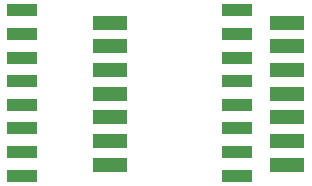
<source format=gbp>
G04 #@! TF.GenerationSoftware,KiCad,Pcbnew,5.0.0-rc2-unknown-a288d61~65~ubuntu18.04.1*
G04 #@! TF.CreationDate,2018-06-29T09:55:17+02:00*
G04 #@! TF.ProjectId,STM32_Sensor_V4,53544D33325F53656E736F725F56342E,rev?*
G04 #@! TF.SameCoordinates,Original*
G04 #@! TF.FileFunction,Paste,Bot*
G04 #@! TF.FilePolarity,Positive*
%FSLAX46Y46*%
G04 Gerber Fmt 4.6, Leading zero omitted, Abs format (unit mm)*
G04 Created by KiCad (PCBNEW 5.0.0-rc2-unknown-a288d61~65~ubuntu18.04.1) date Fri Jun 29 09:55:17 2018*
%MOMM*%
%LPD*%
G01*
G04 APERTURE LIST*
%ADD10R,2.999740X1.198880*%
%ADD11R,2.500000X1.000000*%
G04 APERTURE END LIST*
D10*
G04 #@! TO.C,U2*
X156798080Y-94600520D03*
X156798080Y-96602040D03*
X156798080Y-98601020D03*
X156798080Y-100600000D03*
X156798080Y-102598980D03*
X156798080Y-104597960D03*
X156798080Y-106599480D03*
X141801920Y-106599480D03*
X141801920Y-104597960D03*
X141801920Y-102598980D03*
X141801920Y-100600000D03*
X141801920Y-98601020D03*
X141801920Y-96602040D03*
X141801920Y-94600520D03*
G04 #@! TD*
D11*
G04 #@! TO.C,U3*
X152590000Y-107540000D03*
X152590000Y-105540000D03*
X152590000Y-103540000D03*
X152590000Y-101540000D03*
X152590000Y-99540000D03*
X152590000Y-97540000D03*
X152590000Y-95540000D03*
X152590000Y-93540000D03*
X134390000Y-93540000D03*
X134390000Y-95540000D03*
X134390000Y-97540000D03*
X134390000Y-99540000D03*
X134390000Y-101540000D03*
X134390000Y-103540000D03*
X134390000Y-105540000D03*
X134390000Y-107540000D03*
G04 #@! TD*
M02*

</source>
